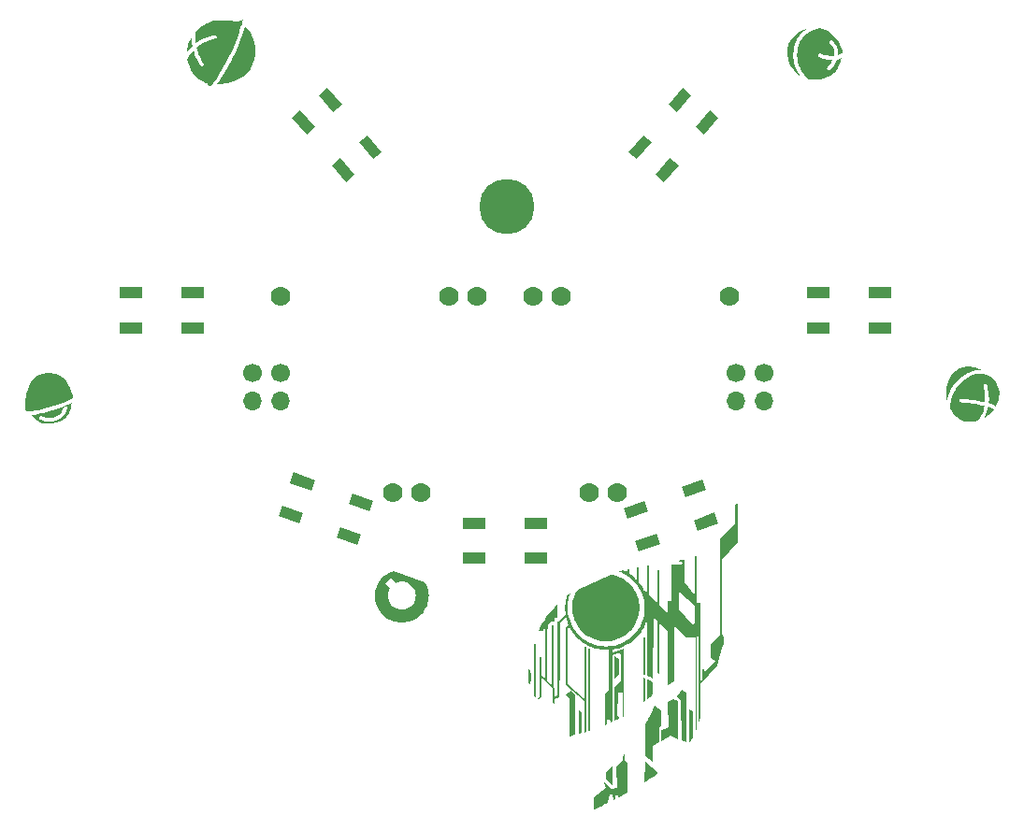
<source format=gts>
G04 #@! TF.FileFunction,Soldermask,Top*
%FSLAX46Y46*%
G04 Gerber Fmt 4.6, Leading zero omitted, Abs format (unit mm)*
G04 Created by KiCad (PCBNEW 4.0.7-e2-6376~61~ubuntu18.04.1) date Wed Sep  5 22:43:36 2018*
%MOMM*%
%LPD*%
G01*
G04 APERTURE LIST*
%ADD10C,0.100000*%
%ADD11C,5.000000*%
%ADD12C,1.778000*%
%ADD13C,1.700000*%
%ADD14O,1.700000X1.700000*%
%ADD15R,2.000000X1.000000*%
G04 APERTURE END LIST*
D10*
G36*
X181650315Y-122154842D02*
X181641187Y-122189397D01*
X181692000Y-122165585D01*
X181650315Y-122154842D01*
X181650315Y-122154842D01*
G37*
G36*
X149920253Y-129034602D02*
X149699595Y-129680558D01*
X150136261Y-130112572D01*
X150304442Y-130048084D01*
X150482923Y-130008011D01*
X150670079Y-129994235D01*
X150897249Y-130014634D01*
X151111190Y-130073439D01*
X151308298Y-130167057D01*
X151484968Y-130291898D01*
X151637598Y-130444371D01*
X151762583Y-130620884D01*
X151856320Y-130817846D01*
X151915205Y-131031667D01*
X151935634Y-131258755D01*
X151915205Y-131485917D01*
X151856320Y-131699892D01*
X151762583Y-131897065D01*
X151637598Y-132073820D01*
X151484968Y-132226544D01*
X151308298Y-132351621D01*
X151111190Y-132445438D01*
X150897249Y-132504379D01*
X150670079Y-132524829D01*
X150442940Y-132504379D01*
X150229055Y-132445438D01*
X150032018Y-132351621D01*
X149855427Y-132226544D01*
X149702879Y-132073820D01*
X149577969Y-131897065D01*
X149484295Y-131699892D01*
X149425453Y-131485917D01*
X149405040Y-131258755D01*
X149427054Y-131023126D01*
X149490408Y-130802045D01*
X149591074Y-130599366D01*
X149186965Y-130199390D01*
X149699595Y-129680558D01*
X149920253Y-129034602D01*
X149675298Y-129122425D01*
X149446691Y-129229857D01*
X149235214Y-129355890D01*
X149041652Y-129499513D01*
X148866785Y-129659716D01*
X148711398Y-129835490D01*
X148576273Y-130025825D01*
X148462194Y-130229711D01*
X148369942Y-130446138D01*
X148300302Y-130674097D01*
X148254056Y-130912578D01*
X148231986Y-131160571D01*
X148230436Y-131258755D01*
X148241623Y-131493402D01*
X148274498Y-131721815D01*
X148328031Y-131942963D01*
X148401193Y-132155816D01*
X148492954Y-132359343D01*
X148602285Y-132552511D01*
X148728156Y-132734292D01*
X148869537Y-132903653D01*
X149025400Y-133059563D01*
X149194715Y-133200992D01*
X149376451Y-133326909D01*
X149569580Y-133436282D01*
X149773072Y-133528082D01*
X149985897Y-133601276D01*
X150207027Y-133654834D01*
X150435430Y-133687724D01*
X150670079Y-133698917D01*
X150904741Y-133687724D01*
X151133165Y-133654834D01*
X151354322Y-133601276D01*
X151567180Y-133528082D01*
X151770708Y-133436282D01*
X151963878Y-133326909D01*
X152145656Y-133200992D01*
X152315014Y-133059563D01*
X152470920Y-132903653D01*
X152612345Y-132734292D01*
X152738256Y-132552511D01*
X152847624Y-132359343D01*
X152939418Y-132155816D01*
X153012607Y-131942963D01*
X153066161Y-131721815D01*
X153099049Y-131493402D01*
X153110241Y-131258755D01*
X153096668Y-131003088D01*
X153055424Y-130756637D01*
X152985724Y-130516889D01*
X152886780Y-130281335D01*
X152757806Y-130047461D01*
X149920253Y-129034602D01*
X149920253Y-129034602D01*
G37*
G36*
X169567507Y-129366775D02*
X166619426Y-130702048D01*
X166477380Y-130929082D01*
X166357659Y-131158140D01*
X166260092Y-131389740D01*
X166184506Y-131624402D01*
X166130730Y-131862647D01*
X166098590Y-132104994D01*
X166087916Y-132351963D01*
X166097108Y-132589992D01*
X166124230Y-132823071D01*
X166168597Y-133050518D01*
X166229528Y-133271648D01*
X166306339Y-133485778D01*
X166398347Y-133692225D01*
X166504869Y-133890306D01*
X166625222Y-134079338D01*
X166758722Y-134258636D01*
X166904687Y-134427517D01*
X167062433Y-134585298D01*
X167231278Y-134731296D01*
X167410539Y-134864827D01*
X167599531Y-134985208D01*
X167797573Y-135091755D01*
X168003981Y-135183786D01*
X168218072Y-135260616D01*
X168439162Y-135321562D01*
X168666570Y-135365941D01*
X168899611Y-135393070D01*
X169137604Y-135402265D01*
X169375601Y-135393070D01*
X169608656Y-135365941D01*
X169836083Y-135321562D01*
X170057200Y-135260616D01*
X170271323Y-135183786D01*
X170477767Y-135091755D01*
X170675848Y-134985208D01*
X170864883Y-134864827D01*
X171044188Y-134731296D01*
X171213079Y-134585298D01*
X171370872Y-134427517D01*
X171516882Y-134258636D01*
X171650427Y-134079338D01*
X171770822Y-133890306D01*
X171877383Y-133692225D01*
X171969427Y-133485778D01*
X172046269Y-133271648D01*
X172107225Y-133050518D01*
X172151612Y-132823071D01*
X172178746Y-132589992D01*
X172187942Y-132351963D01*
X172177878Y-132098222D01*
X172148151Y-131850651D01*
X172099458Y-131610033D01*
X172032496Y-131377150D01*
X171947964Y-131152784D01*
X171846559Y-130937716D01*
X171728979Y-130732729D01*
X171595920Y-130538603D01*
X171448081Y-130356122D01*
X171286160Y-130186066D01*
X171110852Y-130029218D01*
X170922857Y-129886360D01*
X170722872Y-129758273D01*
X170511594Y-129645740D01*
X170289721Y-129549541D01*
X170057951Y-129470460D01*
X169816980Y-129409277D01*
X169567507Y-129366775D01*
X169567507Y-129366775D01*
G37*
G36*
X181650048Y-122154710D02*
X181640946Y-122189185D01*
X181691876Y-122165373D01*
X181650048Y-122154710D01*
X181650048Y-122154710D01*
G37*
G36*
X172739027Y-135067329D02*
X172570623Y-135067329D01*
X172570623Y-138414467D01*
X172627714Y-138431929D01*
X172682425Y-138449656D01*
X172738614Y-138468442D01*
X172738879Y-138468442D01*
X172739027Y-135067329D01*
X172739027Y-135067329D01*
G37*
G36*
X162605883Y-135667404D02*
X162605883Y-140287690D01*
X162606941Y-140287690D01*
X162652201Y-140339125D01*
X162660059Y-140347592D01*
X162705242Y-140394132D01*
X162710745Y-140399688D01*
X162715349Y-140403922D01*
X162773676Y-140457553D01*
X162773941Y-140457553D01*
X162773941Y-135665631D01*
X162605883Y-135667404D01*
X162605883Y-135667404D01*
G37*
G36*
X167513046Y-136105104D02*
X167513046Y-143551960D01*
X167602663Y-143523597D01*
X167681287Y-143498197D01*
X167681287Y-136104998D01*
X167513046Y-136105104D01*
X167513046Y-136105104D01*
G37*
G36*
X169920992Y-136765769D02*
X169938402Y-138827825D01*
X170339868Y-138390390D01*
X170339868Y-137022018D01*
X169920992Y-136765769D01*
X169920992Y-136765769D01*
G37*
G36*
X162155948Y-137864398D02*
X162151715Y-137912235D01*
X162139967Y-138050691D01*
X162125521Y-138247382D01*
X162117213Y-138411027D01*
X162115890Y-138453890D01*
X162113774Y-138572344D01*
X162113509Y-138618275D01*
X162115890Y-138754641D01*
X162119383Y-138827825D01*
X162122875Y-138889949D01*
X162129225Y-138974828D01*
X162132718Y-139009276D01*
X162153091Y-139179377D01*
X162156080Y-139201602D01*
X162325641Y-139303281D01*
X162329178Y-139210096D01*
X162336252Y-138979602D01*
X162341558Y-138685393D01*
X162339789Y-138401063D01*
X162325641Y-138200207D01*
X162250120Y-137994537D01*
X162156168Y-137864292D01*
X162155948Y-137864398D01*
X162155948Y-137864398D01*
G37*
G36*
X172570623Y-138709530D02*
X172570623Y-140929384D01*
X172738374Y-140789287D01*
X172738638Y-140789287D01*
X172738638Y-138768744D01*
X172570398Y-138709953D01*
X172570623Y-138709530D01*
X172570623Y-138709530D01*
G37*
G36*
X173071812Y-138907915D02*
X172903863Y-138833487D01*
X172903863Y-140644243D01*
X173071812Y-140490229D01*
X173120903Y-140444244D01*
X173269493Y-140300714D01*
X173415461Y-140153811D01*
X173415990Y-140153811D01*
X173418636Y-139087725D01*
X173267225Y-139004011D01*
X173144752Y-138942019D01*
X173071812Y-138907915D01*
X173071812Y-138907915D01*
G37*
G36*
X176036894Y-139789559D02*
X175929283Y-139923467D01*
X175722492Y-140181123D01*
X175590582Y-140346428D01*
X175588201Y-140350396D01*
X175952699Y-140827149D01*
X175980779Y-144359627D01*
X176457404Y-144556451D01*
X176457404Y-140069488D01*
X176036894Y-139789559D01*
X176036894Y-139789559D01*
G37*
G36*
X165988361Y-139914072D02*
X165518718Y-140241600D01*
X165877463Y-140555078D01*
X165877463Y-143996884D01*
X166071419Y-143951418D01*
X166267335Y-143903671D01*
X166351623Y-143882240D01*
X166354613Y-143882240D01*
X166354613Y-140334416D01*
X165988361Y-139914072D01*
X165988361Y-139914072D01*
G37*
G36*
X175251799Y-140658848D02*
X174775088Y-140911207D01*
X174803169Y-143153313D01*
X174522713Y-143378156D01*
X174151923Y-143434829D01*
X174151923Y-144472287D01*
X175027435Y-143938966D01*
X175644372Y-144247418D01*
X175644372Y-140854507D01*
X175251799Y-140658848D01*
X175251799Y-140658848D01*
G37*
G36*
X173566596Y-141263632D02*
X173560087Y-141276861D01*
X173491436Y-141418652D01*
X173419700Y-141564331D01*
X173386449Y-141631138D01*
X173306072Y-141790652D01*
X173222236Y-141953877D01*
X173208107Y-141980574D01*
X173127796Y-142132960D01*
X173044629Y-142287887D01*
X172976123Y-142414120D01*
X172937507Y-142484261D01*
X172821022Y-142692012D01*
X172804009Y-142722359D01*
X172700173Y-142901112D01*
X172700173Y-145846004D01*
X173345039Y-146322730D01*
X173345039Y-144836036D01*
X173933885Y-144556186D01*
X173933885Y-143237212D01*
X174158236Y-143014010D01*
X174130222Y-141640002D01*
X173566596Y-141263632D01*
X173566596Y-141263632D01*
G37*
G36*
X176681845Y-141611612D02*
X176681845Y-144575951D01*
X176740173Y-144487395D01*
X176772288Y-144438129D01*
X176827985Y-144349759D01*
X176855166Y-144305626D01*
X176912337Y-144210746D01*
X176930990Y-144178732D01*
X176990304Y-144075809D01*
X176990304Y-141751735D01*
X176681845Y-141611612D01*
X176681845Y-141611612D01*
G37*
G36*
X166656069Y-141652014D02*
X166692541Y-143792837D01*
X166933402Y-143726030D01*
X166943536Y-143722590D01*
X166943536Y-141796053D01*
X166656069Y-141652014D01*
X166656069Y-141652014D01*
G37*
G36*
X170821671Y-145583167D02*
X170735551Y-145683649D01*
X170648255Y-145783694D01*
X170648255Y-146194460D01*
X170085616Y-146701375D01*
X170122504Y-148697868D01*
X169652858Y-148767427D01*
X168972911Y-148194789D01*
X169121850Y-148668684D01*
X168065086Y-149543582D01*
X168065086Y-150656446D01*
X168269866Y-150555112D01*
X168474115Y-150453395D01*
X168677750Y-150351355D01*
X168682618Y-150347651D01*
X168688227Y-150343947D01*
X168890850Y-150241754D01*
X169092652Y-150139373D01*
X169293499Y-150036792D01*
X169293499Y-149812240D01*
X169442599Y-149724160D01*
X169467179Y-149293471D01*
X169765050Y-149287915D01*
X169795599Y-149777183D01*
X169969589Y-149685743D01*
X169956121Y-149339482D01*
X170245282Y-149282888D01*
X170274230Y-149525008D01*
X170484851Y-149412234D01*
X170693134Y-149299606D01*
X170898940Y-149187172D01*
X171102127Y-149074979D01*
X171102127Y-146516458D01*
X170821748Y-146152444D01*
X170821671Y-145583167D01*
X170821671Y-145583167D01*
G37*
G36*
X172700170Y-146322915D02*
X172621309Y-148189206D01*
X172799161Y-148077738D01*
X172972329Y-147967142D01*
X173140616Y-147857488D01*
X173303801Y-147748808D01*
X173461663Y-147641221D01*
X173614007Y-147534775D01*
X173760631Y-147429535D01*
X173901350Y-147325633D01*
X173914182Y-147315843D01*
X172700170Y-146322915D01*
X172700170Y-146322915D01*
G37*
G36*
X169764992Y-146699999D02*
X169606358Y-146846711D01*
X169444859Y-146990882D01*
X169282119Y-147130794D01*
X169280532Y-147130794D01*
X169227623Y-147174477D01*
X169113111Y-147269065D01*
X169113111Y-147853106D01*
X169765044Y-148444212D01*
X169764992Y-146699999D01*
X169764992Y-146699999D01*
G37*
G36*
X188505495Y-79858795D02*
X188774400Y-79915494D01*
X189024792Y-80002344D01*
X189256582Y-80115545D01*
X189469680Y-80251304D01*
X189663998Y-80405823D01*
X189839446Y-80575305D01*
X189995934Y-80755955D01*
X190133375Y-80943976D01*
X190251677Y-81135572D01*
X190350753Y-81326945D01*
X190430513Y-81514301D01*
X190490867Y-81693843D01*
X190531727Y-81861773D01*
X190534425Y-82005631D01*
X190530139Y-82154779D01*
X190513603Y-82159430D01*
X190347209Y-82247793D01*
X190166337Y-82301540D01*
X190176153Y-82214207D01*
X190171845Y-81995950D01*
X190135316Y-81782298D01*
X190066677Y-81573572D01*
X189966039Y-81370094D01*
X189833512Y-81172187D01*
X189669209Y-80980174D01*
X189551272Y-80928089D01*
X189430981Y-80974489D01*
X189393256Y-81028750D01*
X189425811Y-81212718D01*
X189583281Y-81399882D01*
X189703710Y-81591982D01*
X189786901Y-81788635D01*
X189832654Y-81989453D01*
X189840773Y-82194053D01*
X189813386Y-82369753D01*
X189446288Y-82389320D01*
X189115675Y-82343746D01*
X188846963Y-82267614D01*
X188665572Y-82195509D01*
X188596921Y-82162014D01*
X188471246Y-82134527D01*
X188362829Y-82203872D01*
X188334976Y-82329509D01*
X188404170Y-82437966D01*
X188476973Y-82473485D01*
X188650930Y-82545368D01*
X188906275Y-82634346D01*
X189223240Y-82721153D01*
X189442457Y-82754856D01*
X189674892Y-82759393D01*
X189521175Y-83011770D01*
X189367251Y-83207522D01*
X189248034Y-83334756D01*
X189198436Y-83381578D01*
X189139609Y-83496121D01*
X189178804Y-83618772D01*
X189293285Y-83677689D01*
X189415997Y-83638410D01*
X189478951Y-83580997D01*
X189614912Y-83439746D01*
X189788230Y-83224194D01*
X189963251Y-82943879D01*
X190068671Y-82705133D01*
X190281564Y-82655159D01*
X190475365Y-82591445D01*
X190440766Y-82736260D01*
X190396300Y-82888585D01*
X190347022Y-83042834D01*
X190263334Y-83243613D01*
X190137867Y-83474100D01*
X189963251Y-83717475D01*
X189804244Y-83889907D01*
X189629790Y-84041373D01*
X189440006Y-84171825D01*
X189235009Y-84281216D01*
X189014915Y-84369499D01*
X188779841Y-84436626D01*
X188529903Y-84482549D01*
X188265218Y-84507221D01*
X187985903Y-84510594D01*
X187692073Y-84492621D01*
X187616108Y-84483319D01*
X187540660Y-84472984D01*
X187395451Y-84446629D01*
X187327007Y-84372908D01*
X187229619Y-84259856D01*
X187111926Y-84110644D01*
X186982567Y-83928448D01*
X186850183Y-83716442D01*
X186723411Y-83477799D01*
X186610892Y-83215694D01*
X186521265Y-82933301D01*
X186463169Y-82633794D01*
X186445243Y-82320346D01*
X186476127Y-81996133D01*
X186535350Y-81705879D01*
X186605851Y-81441624D01*
X186688957Y-81201996D01*
X186785997Y-80985626D01*
X186898297Y-80791144D01*
X187027188Y-80617178D01*
X187173995Y-80462360D01*
X187340047Y-80325317D01*
X187526672Y-80204682D01*
X187735198Y-80099082D01*
X187966953Y-80007148D01*
X188223264Y-79927509D01*
X188505460Y-79858795D01*
X188505495Y-79858795D01*
X188505495Y-79858795D01*
G37*
G36*
X187290581Y-79956980D02*
X187109182Y-80081391D01*
X186944714Y-80220008D01*
X186796401Y-80373642D01*
X186663469Y-80543106D01*
X186545141Y-80729210D01*
X186440642Y-80932766D01*
X186349198Y-81154585D01*
X186270031Y-81395479D01*
X186202368Y-81656260D01*
X186145433Y-81937738D01*
X186112881Y-82215126D01*
X186111817Y-82484818D01*
X186138290Y-82745506D01*
X186188353Y-82995882D01*
X186258056Y-83234640D01*
X186343450Y-83460473D01*
X186440587Y-83672072D01*
X186545518Y-83868131D01*
X186654293Y-84047343D01*
X186762965Y-84208400D01*
X186523614Y-84047457D01*
X186316500Y-83862042D01*
X186139550Y-83657362D01*
X185990689Y-83438625D01*
X185867841Y-83211038D01*
X185768932Y-82979807D01*
X185691887Y-82750141D01*
X185634631Y-82527245D01*
X185595090Y-82316327D01*
X185571188Y-82122594D01*
X185560851Y-81951254D01*
X185562005Y-81807513D01*
X185582572Y-81630893D01*
X185627174Y-81444441D01*
X185696905Y-81251992D01*
X185792858Y-81057384D01*
X185916126Y-80864454D01*
X186067803Y-80677039D01*
X186248982Y-80498976D01*
X186460756Y-80334102D01*
X186704218Y-80186253D01*
X186980462Y-80059267D01*
X187290581Y-79956980D01*
X187290581Y-79956980D01*
G37*
G36*
X201940851Y-110534957D02*
X202151916Y-110544163D01*
X202364589Y-110571400D01*
X202577598Y-110616091D01*
X202789667Y-110677663D01*
X202999522Y-110755541D01*
X203205890Y-110849149D01*
X203016172Y-110840238D01*
X202813949Y-110847849D01*
X202600384Y-110875108D01*
X202376644Y-110925141D01*
X202143892Y-111001077D01*
X201903294Y-111106040D01*
X201656014Y-111243157D01*
X201403216Y-111415556D01*
X201146066Y-111626363D01*
X200921881Y-111844901D01*
X200727848Y-112069855D01*
X200561831Y-112298708D01*
X200421696Y-112528944D01*
X200305307Y-112758047D01*
X200210528Y-112983500D01*
X200135226Y-113202789D01*
X200077264Y-113413395D01*
X200034507Y-113612804D01*
X200005531Y-113420475D01*
X199984569Y-113206813D01*
X199975369Y-112974954D01*
X199981681Y-112728034D01*
X200007252Y-112469188D01*
X200055833Y-112201555D01*
X200131172Y-111928269D01*
X200237018Y-111652467D01*
X200377121Y-111377284D01*
X200500908Y-111190944D01*
X200637411Y-111033916D01*
X200783815Y-110903410D01*
X200978117Y-110773185D01*
X201173440Y-110678268D01*
X201368418Y-110611280D01*
X201557510Y-110568013D01*
X201735177Y-110544260D01*
X201940851Y-110534946D01*
X201940851Y-110534957D01*
X201940851Y-110534957D01*
G37*
G36*
X202990916Y-111170060D02*
X203311373Y-111193258D01*
X203577568Y-111254535D01*
X203781874Y-111330465D01*
X203916665Y-111397622D01*
X203974316Y-111432577D01*
X204069402Y-111461517D01*
X204183204Y-111577479D01*
X204291094Y-111699227D01*
X204444806Y-111903380D01*
X204569018Y-112118680D01*
X204663423Y-112343703D01*
X204727715Y-112577022D01*
X204761589Y-112817211D01*
X204764737Y-113062845D01*
X204736854Y-113312499D01*
X204677634Y-113564745D01*
X204614330Y-113751114D01*
X204536417Y-113932216D01*
X204444574Y-114107350D01*
X204255796Y-114012692D01*
X204040401Y-113926331D01*
X203804300Y-113847934D01*
X203820812Y-113471885D01*
X203808394Y-113120103D01*
X203776260Y-112803525D01*
X203733622Y-112533088D01*
X203689692Y-112319728D01*
X203653681Y-112174382D01*
X203634803Y-112107987D01*
X203553083Y-112008467D01*
X203424480Y-111995851D01*
X203325107Y-112078030D01*
X203312342Y-112206689D01*
X203329386Y-112268832D01*
X203367738Y-112431906D01*
X203414185Y-112679059D01*
X203455513Y-112993439D01*
X203478507Y-113358192D01*
X203469954Y-113756465D01*
X203143623Y-113681969D01*
X202814738Y-113618060D01*
X202493493Y-113564197D01*
X202190086Y-113519838D01*
X201914713Y-113484439D01*
X201677570Y-113457458D01*
X201488852Y-113438354D01*
X201358757Y-113426583D01*
X201297479Y-113421603D01*
X201175191Y-113461658D01*
X201117126Y-113576633D01*
X201156736Y-113698895D01*
X201271124Y-113756984D01*
X201436262Y-113771012D01*
X201633432Y-113790690D01*
X201856916Y-113816093D01*
X202100995Y-113847294D01*
X202359951Y-113884368D01*
X202628064Y-113927389D01*
X202899617Y-113976432D01*
X203168890Y-114031571D01*
X203430164Y-114092880D01*
X203383316Y-114322397D01*
X203317363Y-114550023D01*
X203230122Y-114772942D01*
X203119409Y-114988339D01*
X202983041Y-115193398D01*
X202818833Y-115385306D01*
X202526376Y-115458403D01*
X202258971Y-115501384D01*
X202014313Y-115515519D01*
X201790095Y-115502082D01*
X201584012Y-115462343D01*
X201393758Y-115397576D01*
X201217026Y-115309051D01*
X201051512Y-115198041D01*
X200894909Y-115065818D01*
X200744911Y-114913652D01*
X200599213Y-114742818D01*
X200455508Y-114554585D01*
X200311491Y-114350227D01*
X200310788Y-114241725D01*
X200315834Y-114102507D01*
X200329757Y-113936465D01*
X200355686Y-113747489D01*
X200396750Y-113539470D01*
X200456080Y-113316300D01*
X200536804Y-113081869D01*
X200642051Y-112840069D01*
X200774951Y-112594791D01*
X200938633Y-112349925D01*
X201136226Y-112109363D01*
X201370859Y-111876995D01*
X201628642Y-111667117D01*
X201879787Y-111500223D01*
X202123008Y-111372298D01*
X202357018Y-111279331D01*
X202580530Y-111217311D01*
X202792259Y-111182225D01*
X202990916Y-111170060D01*
X202990916Y-111170060D01*
G37*
G36*
X203760377Y-114185897D02*
X203945357Y-114248981D01*
X204112483Y-114316523D01*
X204258021Y-114388470D01*
X204117198Y-114560372D01*
X203963088Y-114721045D01*
X203796706Y-114869354D01*
X203619071Y-115004164D01*
X203431198Y-115124340D01*
X203546085Y-114896205D01*
X203637826Y-114662029D01*
X203708547Y-114424398D01*
X203760377Y-114185897D01*
X203760377Y-114185897D01*
G37*
G36*
X136260623Y-79107419D02*
X136250807Y-79236332D01*
X136190859Y-79473805D01*
X136158820Y-79574058D01*
X136080793Y-79821641D01*
X136001725Y-80064254D01*
X135921631Y-80301895D01*
X135840527Y-80534564D01*
X135758428Y-80762259D01*
X135675349Y-80984981D01*
X135591306Y-81202728D01*
X135506315Y-81415500D01*
X135420390Y-81623296D01*
X135333548Y-81826116D01*
X134342394Y-83690602D01*
X134100704Y-84072623D01*
X133897716Y-84384493D01*
X133731054Y-84632426D01*
X133598343Y-84822640D01*
X133497210Y-84961350D01*
X133425280Y-85054771D01*
X133380178Y-85109120D01*
X133232876Y-85100950D01*
X133108361Y-84971661D01*
X133081489Y-84888978D01*
X132998806Y-84862107D01*
X132970481Y-84852010D01*
X132897552Y-84822637D01*
X132787299Y-84771960D01*
X132647001Y-84697950D01*
X132483940Y-84598580D01*
X132305395Y-84471821D01*
X132118646Y-84315645D01*
X131930973Y-84128024D01*
X131749655Y-83906930D01*
X131581973Y-83650334D01*
X131435206Y-83356208D01*
X131316635Y-83022525D01*
X131233540Y-82647255D01*
X131295676Y-82533911D01*
X131408896Y-82353413D01*
X131575515Y-82124887D01*
X131797846Y-81867457D01*
X131857634Y-82082726D01*
X131928733Y-82297400D01*
X132012111Y-82508870D01*
X132108733Y-82714523D01*
X132219565Y-82911749D01*
X132345574Y-83097936D01*
X132487727Y-83270473D01*
X132604109Y-83325081D01*
X132724921Y-83281326D01*
X132779569Y-83164883D01*
X132735775Y-83044131D01*
X132595178Y-82870568D01*
X132472251Y-82679978D01*
X132365820Y-82475935D01*
X132274710Y-82262010D01*
X132197745Y-82041776D01*
X132133750Y-81818807D01*
X132081551Y-81596674D01*
X132242314Y-81467015D01*
X132418128Y-81341891D01*
X132609277Y-81223566D01*
X132816044Y-81114308D01*
X133038713Y-81016383D01*
X133277566Y-80932055D01*
X133532887Y-80863592D01*
X133804960Y-80813260D01*
X133915744Y-80747493D01*
X133947587Y-80622574D01*
X133881713Y-80512200D01*
X133756900Y-80480979D01*
X133488199Y-80529228D01*
X133234556Y-80593267D01*
X132995702Y-80671374D01*
X132771368Y-80761829D01*
X132561286Y-80862912D01*
X132365185Y-80972901D01*
X132182798Y-81090076D01*
X132013854Y-81212717D01*
X131977233Y-80905311D01*
X131956763Y-80636936D01*
X131947913Y-80421065D01*
X131946158Y-80271173D01*
X132144899Y-80063968D01*
X132352648Y-79878591D01*
X132566219Y-79714835D01*
X132782431Y-79572491D01*
X132998100Y-79451354D01*
X133210042Y-79351216D01*
X133415075Y-79271870D01*
X133610016Y-79213108D01*
X133791681Y-79174725D01*
X133956887Y-79156512D01*
X134337426Y-79145687D01*
X134688345Y-79152771D01*
X135003256Y-79172719D01*
X135275772Y-79200485D01*
X135499505Y-79231022D01*
X135668069Y-79259285D01*
X135775076Y-79280228D01*
X135814138Y-79288804D01*
X135874083Y-79303273D01*
X136260623Y-79107419D01*
X136260623Y-79107419D01*
G37*
G36*
X136464745Y-79727020D02*
X136546734Y-79788763D01*
X136643309Y-79872231D01*
X136749734Y-79978838D01*
X136861275Y-80109996D01*
X136973198Y-80267118D01*
X137080766Y-80451617D01*
X137179246Y-80664906D01*
X137263903Y-80908398D01*
X137330002Y-81183506D01*
X137372807Y-81491643D01*
X137387584Y-81834222D01*
X137369599Y-82212656D01*
X137295702Y-82697898D01*
X137236409Y-82926032D01*
X137159594Y-83143470D01*
X137065263Y-83350071D01*
X136953427Y-83545691D01*
X136824092Y-83730189D01*
X136677269Y-83903424D01*
X136512965Y-84065253D01*
X136331188Y-84215535D01*
X136131948Y-84354127D01*
X135932477Y-84467299D01*
X135418297Y-84693642D01*
X135146132Y-84778454D01*
X134878411Y-84842106D01*
X134620252Y-84885593D01*
X134376770Y-84909908D01*
X134153082Y-84916045D01*
X133954304Y-84904998D01*
X134052026Y-84762463D01*
X134166177Y-84590943D01*
X134295441Y-84392454D01*
X134438506Y-84169011D01*
X134594058Y-83922629D01*
X134813166Y-83573296D01*
X134831769Y-83544358D01*
X134948827Y-83348118D01*
X135064578Y-83143657D01*
X135179016Y-82931159D01*
X135292138Y-82710807D01*
X135403939Y-82482786D01*
X135514414Y-82247279D01*
X135677195Y-81883477D01*
X135769117Y-81665645D01*
X135859978Y-81442303D01*
X135949760Y-81213479D01*
X136038445Y-80979202D01*
X136126013Y-80739500D01*
X136212446Y-80494402D01*
X136297724Y-80243937D01*
X136381830Y-79988134D01*
X136464744Y-79727020D01*
X136464745Y-79727020D01*
X136464745Y-79727020D01*
G37*
G36*
X131622146Y-80704221D02*
X131640085Y-80934950D01*
X131669119Y-81192609D01*
X131712063Y-81470582D01*
X131508216Y-81678035D01*
X131336353Y-81878930D01*
X131195299Y-82065895D01*
X131218458Y-81798450D01*
X131265606Y-81546873D01*
X131333147Y-81311413D01*
X131417483Y-81092318D01*
X131515015Y-80889838D01*
X131622146Y-80704221D01*
X131622146Y-80704221D01*
G37*
G36*
X120780948Y-113809694D02*
X120230077Y-114083061D01*
X120296740Y-114091330D01*
X120393773Y-114175770D01*
X120402676Y-114304237D01*
X120309960Y-114539325D01*
X120197209Y-114749100D01*
X120064631Y-114933309D01*
X119912434Y-115091699D01*
X119740826Y-115224018D01*
X119550015Y-115330014D01*
X119299457Y-115420777D01*
X119048434Y-115469189D01*
X118804841Y-115483493D01*
X118475312Y-115460035D01*
X118203948Y-115407719D01*
X118015730Y-115353628D01*
X117935644Y-115324846D01*
X117843563Y-115234901D01*
X117842109Y-115106255D01*
X117932042Y-115014281D01*
X118060701Y-115012720D01*
X118121454Y-115034036D01*
X118280171Y-115079195D01*
X118512642Y-115124489D01*
X118794659Y-115146209D01*
X119102011Y-115120645D01*
X119410489Y-115024089D01*
X119587531Y-114921108D01*
X119743678Y-114786613D01*
X119878639Y-114620978D01*
X119992121Y-114424577D01*
X120083833Y-114197782D01*
X120230077Y-114083061D01*
X120780948Y-113809694D01*
X120630425Y-113876539D01*
X120453007Y-113950670D01*
X120251907Y-114030608D01*
X120030340Y-114114874D01*
X119791520Y-114201986D01*
X119538661Y-114290467D01*
X119274978Y-114378836D01*
X119003684Y-114465613D01*
X118727994Y-114549319D01*
X118451122Y-114628474D01*
X118176283Y-114701599D01*
X117906690Y-114767213D01*
X117645557Y-114823838D01*
X117396099Y-114869993D01*
X117161531Y-114904198D01*
X117222896Y-114999830D01*
X117306240Y-115109174D01*
X117413360Y-115225616D01*
X117546050Y-115342540D01*
X117706108Y-115453333D01*
X117895329Y-115551379D01*
X118115511Y-115630064D01*
X118368448Y-115682771D01*
X118655938Y-115702887D01*
X118979776Y-115683797D01*
X119341759Y-115618886D01*
X119629508Y-115527311D01*
X119876578Y-115402526D01*
X120086068Y-115250741D01*
X120261078Y-115078166D01*
X120404704Y-114891011D01*
X120520047Y-114695487D01*
X120610204Y-114497804D01*
X120678274Y-114304173D01*
X120727356Y-114120804D01*
X120760548Y-113953908D01*
X120780948Y-113809694D01*
X120780948Y-113809694D01*
G37*
G36*
X118680818Y-111090995D02*
X118912756Y-111103924D01*
X119136369Y-111141007D01*
X119349691Y-111199685D01*
X119550757Y-111277402D01*
X119737601Y-111371598D01*
X120103470Y-111640833D01*
X120271046Y-111822719D01*
X120393375Y-112013419D01*
X120504479Y-112231494D01*
X120634419Y-112488872D01*
X120751635Y-112737748D01*
X120841959Y-112966636D01*
X120891222Y-113164049D01*
X120885254Y-113318500D01*
X120809887Y-113418502D01*
X120714062Y-113469764D01*
X120578498Y-113533148D01*
X120407569Y-113606678D01*
X120205651Y-113688377D01*
X119977118Y-113776268D01*
X119726346Y-113868375D01*
X119457709Y-113962720D01*
X119175582Y-114057327D01*
X118884341Y-114150219D01*
X118588359Y-114239420D01*
X118292013Y-114322951D01*
X117999676Y-114398837D01*
X117715724Y-114465100D01*
X117444531Y-114519765D01*
X117190474Y-114560853D01*
X116957926Y-114586389D01*
X116929504Y-114590516D01*
X116840296Y-114596885D01*
X116674222Y-114540388D01*
X116571580Y-114368172D01*
X116543481Y-114082535D01*
X116550543Y-113920250D01*
X116563995Y-113733020D01*
X116585627Y-113525553D01*
X116617226Y-113302555D01*
X116660584Y-113068731D01*
X116717489Y-112828789D01*
X116789732Y-112587435D01*
X116879100Y-112349376D01*
X116987385Y-112119318D01*
X117116376Y-111901967D01*
X117267861Y-111702030D01*
X117443631Y-111524214D01*
X117645475Y-111373225D01*
X117875182Y-111253769D01*
X118108760Y-111172637D01*
X118598652Y-111094606D01*
X118680818Y-111090981D01*
X118680818Y-111090995D01*
X118680818Y-111090995D01*
G37*
G36*
X181106980Y-122921798D02*
X180958638Y-122987497D01*
X180808289Y-123053574D01*
X180821725Y-124703600D01*
X179496226Y-126171728D01*
X179480721Y-126171728D01*
X179480721Y-134834765D01*
X178601188Y-135644017D01*
X178601188Y-136945746D01*
X179069379Y-137146253D01*
X178133000Y-138148259D01*
X178066338Y-137947752D01*
X177873584Y-137947752D01*
X177873584Y-138917204D01*
X177735609Y-139062931D01*
X177735609Y-131958454D01*
X177233832Y-132181180D01*
X177233832Y-133673078D01*
X176990434Y-133928361D01*
X175784823Y-132554285D01*
X175784823Y-130900639D01*
X177233832Y-132181180D01*
X177735609Y-131958454D01*
X177403330Y-131958454D01*
X177403330Y-127667246D01*
X177233832Y-127671378D01*
X177233832Y-131215348D01*
X176232858Y-130087768D01*
X176232858Y-128027947D01*
X175905230Y-128018128D01*
X175637545Y-128147319D01*
X175660800Y-128149901D01*
X175798777Y-128157653D01*
X175931585Y-128164887D01*
X175984811Y-128180908D01*
X176057675Y-128317851D01*
X176041657Y-128371077D01*
X176007549Y-128411902D01*
X175905230Y-128443940D01*
X175788649Y-128438093D01*
X175546079Y-128426888D01*
X175405694Y-128422934D01*
X175243255Y-128420170D01*
X175081508Y-128420170D01*
X175055668Y-131742964D01*
X174775067Y-131742964D01*
X174775067Y-132974930D01*
X173946178Y-132132605D01*
X173946178Y-128962257D01*
X173777712Y-128962257D01*
X173777712Y-131961039D01*
X173071812Y-131243769D01*
X173071812Y-128536441D01*
X172903863Y-128556079D01*
X172903863Y-131072205D01*
X172686306Y-130850511D01*
X172654265Y-130882552D01*
X172544282Y-130656275D01*
X172419706Y-130438403D01*
X172281022Y-130229569D01*
X172128715Y-130030409D01*
X172137502Y-130030409D01*
X172137502Y-128667183D01*
X171969553Y-128695604D01*
X171969553Y-129850058D01*
X171813866Y-129692659D01*
X171648744Y-129544380D01*
X171474528Y-129405667D01*
X171291558Y-129276965D01*
X171291558Y-128826345D01*
X171233164Y-128838233D01*
X171123611Y-128864070D01*
X171123611Y-129172063D01*
X170919401Y-129060914D01*
X170707099Y-128961738D01*
X170706580Y-128961738D01*
X170691594Y-128965355D01*
X170647152Y-128976724D01*
X170464906Y-129025103D01*
X170281284Y-129075943D01*
X170513506Y-129163215D01*
X170736652Y-129265574D01*
X170950214Y-129382314D01*
X171153685Y-129512732D01*
X171346558Y-129656123D01*
X171528327Y-129811782D01*
X171698484Y-129979004D01*
X171856523Y-130157086D01*
X172001937Y-130345322D01*
X172134220Y-130543008D01*
X172252864Y-130749439D01*
X172357362Y-130963910D01*
X172447208Y-131185718D01*
X172521895Y-131414157D01*
X172580917Y-131648523D01*
X172623765Y-131888111D01*
X172649934Y-132132217D01*
X172658917Y-132380136D01*
X172650150Y-132629283D01*
X172624259Y-132873706D01*
X172581834Y-133112816D01*
X172523466Y-133346021D01*
X172449743Y-133572731D01*
X172361258Y-133792355D01*
X172258600Y-134004302D01*
X172142359Y-134207981D01*
X172013126Y-134402802D01*
X171871491Y-134588173D01*
X171718045Y-134763505D01*
X171553376Y-134928206D01*
X171378077Y-135081685D01*
X171192737Y-135223353D01*
X170997947Y-135352617D01*
X170794296Y-135468887D01*
X170582375Y-135571573D01*
X170362775Y-135660083D01*
X170136086Y-135733828D01*
X169902897Y-135792215D01*
X169663800Y-135834655D01*
X169419384Y-135860556D01*
X169170240Y-135869329D01*
X168921096Y-135860556D01*
X168676681Y-135834654D01*
X168437584Y-135792214D01*
X168204395Y-135733827D01*
X167977706Y-135660083D01*
X167758106Y-135571572D01*
X167546186Y-135468886D01*
X167342535Y-135352616D01*
X167147745Y-135223352D01*
X166962405Y-135081685D01*
X166787106Y-134928206D01*
X166622438Y-134763505D01*
X166468991Y-134588174D01*
X166327356Y-134402802D01*
X166198123Y-134207982D01*
X166081882Y-134004302D01*
X165979224Y-133792356D01*
X165890739Y-133572732D01*
X165817017Y-133346022D01*
X165758648Y-133112817D01*
X165716223Y-132873707D01*
X165690332Y-132629283D01*
X165681566Y-132380136D01*
X165689271Y-132152492D01*
X165711761Y-131926315D01*
X165748890Y-131702317D01*
X165800514Y-131481207D01*
X165866487Y-131263698D01*
X165946665Y-131050499D01*
X165783333Y-131167399D01*
X165624720Y-131285629D01*
X165622654Y-131292347D01*
X165569428Y-131485617D01*
X165530153Y-131659766D01*
X165505348Y-131787406D01*
X165476206Y-131994408D01*
X165458250Y-132203539D01*
X165452122Y-132414757D01*
X165456946Y-132609244D01*
X165471416Y-132801238D01*
X165495529Y-132990434D01*
X164863527Y-133581096D01*
X164765859Y-133581096D01*
X164765859Y-140347089D01*
X164459419Y-140470081D01*
X164459419Y-139587447D01*
X164441848Y-139570910D01*
X164441848Y-133930944D01*
X164273898Y-133930944D01*
X164273898Y-139408646D01*
X163825347Y-138976114D01*
X163824831Y-138946657D01*
X163824831Y-134317484D01*
X163873925Y-134321619D01*
X163873925Y-133903556D01*
X164173131Y-133602283D01*
X164461485Y-133602283D01*
X164461485Y-133303077D01*
X164774643Y-133250882D01*
X164774643Y-132018400D01*
X164618720Y-132173092D01*
X164468422Y-132329019D01*
X164324216Y-132486216D01*
X164186567Y-132644719D01*
X164082697Y-132769259D01*
X163916792Y-132980826D01*
X163760581Y-133193889D01*
X163613750Y-133408243D01*
X163475989Y-133623680D01*
X163346983Y-133839996D01*
X163226421Y-134056984D01*
X163113990Y-134274437D01*
X163009378Y-134492151D01*
X163455343Y-134492151D01*
X163455343Y-134294746D01*
X163656882Y-134307665D01*
X163656882Y-138831937D01*
X163279128Y-138452633D01*
X163279128Y-136844461D01*
X163110663Y-136844461D01*
X163110663Y-140349158D01*
X162932378Y-140581184D01*
X162932897Y-140581184D01*
X163000075Y-140623557D01*
X163009893Y-140629759D01*
X163074489Y-140665933D01*
X163078106Y-140670069D01*
X163279128Y-140408068D01*
X163279128Y-138683109D01*
X164291469Y-139659276D01*
X164291469Y-140941886D01*
X164291985Y-140941886D01*
X164333326Y-140964624D01*
X164336946Y-140968757D01*
X164376218Y-140994596D01*
X164380869Y-140998729D01*
X164420660Y-141031802D01*
X164459419Y-141072111D01*
X164459419Y-140653532D01*
X164934324Y-140462844D01*
X164934324Y-138922887D01*
X165004087Y-138922887D01*
X165004087Y-133682381D01*
X165531703Y-133188872D01*
X165578660Y-133386158D01*
X165635887Y-133579382D01*
X165703033Y-133768165D01*
X165779750Y-133952131D01*
X165487777Y-134155220D01*
X165487777Y-139350769D01*
X167177597Y-140855586D01*
X167177597Y-143655415D01*
X167320742Y-143612008D01*
X167345546Y-143605290D01*
X167345546Y-135873461D01*
X167177597Y-135873461D01*
X167177597Y-140630278D01*
X165656243Y-139275839D01*
X165656243Y-134244104D01*
X165852614Y-134106645D01*
X165968747Y-134319546D01*
X166097912Y-134523915D01*
X166239546Y-134719188D01*
X166393086Y-134904802D01*
X166557969Y-135080190D01*
X166733630Y-135244790D01*
X166919508Y-135398038D01*
X167115038Y-135539368D01*
X167319657Y-135668216D01*
X167532802Y-135784020D01*
X167753910Y-135886213D01*
X167982418Y-135974233D01*
X168217762Y-136047514D01*
X168459378Y-136105492D01*
X168706704Y-136147604D01*
X168959177Y-136173285D01*
X169216232Y-136181971D01*
X169400718Y-136174734D01*
X169391416Y-139394176D01*
X169389865Y-139782267D01*
X169025547Y-140196711D01*
X169025547Y-143003260D01*
X169209515Y-142926261D01*
X169227086Y-142411045D01*
X169611041Y-142575378D01*
X169611041Y-142748495D01*
X169613107Y-142748495D01*
X169756252Y-142682349D01*
X169765552Y-136667211D01*
X170368101Y-136429499D01*
X170518480Y-136550422D01*
X170541215Y-139066032D01*
X169921098Y-139559025D01*
X169938153Y-142595531D01*
X169939185Y-142595531D01*
X170065278Y-142533002D01*
X170141242Y-142495278D01*
X170275468Y-142426577D01*
X170409442Y-142356269D01*
X170417192Y-142352652D01*
X170418743Y-142352652D01*
X170193950Y-142124758D01*
X170211521Y-140071655D01*
X170632166Y-140015844D01*
X170632166Y-142236897D01*
X170777896Y-142156281D01*
X170787196Y-136063115D01*
X170002230Y-136301343D01*
X169755734Y-136390224D01*
X169762454Y-136140630D01*
X170007554Y-136096435D01*
X170246929Y-136036666D01*
X170480027Y-135961872D01*
X170706294Y-135872604D01*
X170925175Y-135769411D01*
X171136118Y-135652843D01*
X171338568Y-135523451D01*
X171531971Y-135381784D01*
X171715775Y-135228392D01*
X171889425Y-135063826D01*
X172052367Y-134888635D01*
X172204048Y-134703370D01*
X172343914Y-134508579D01*
X172471412Y-134304815D01*
X172585987Y-134092625D01*
X172687086Y-133872561D01*
X172774156Y-133645172D01*
X172904381Y-133638973D01*
X172904381Y-138528597D01*
X172927117Y-138537381D01*
X173046489Y-138584924D01*
X173169480Y-138637116D01*
X173274460Y-138686487D01*
X173420628Y-138761140D01*
X173437165Y-133195590D01*
X173778744Y-133533037D01*
X173778744Y-138231457D01*
X173946694Y-138347728D01*
X173946930Y-138306283D01*
X173947112Y-138188322D01*
X173947245Y-138003411D01*
X173947334Y-137761113D01*
X173947384Y-137470993D01*
X173947399Y-137142616D01*
X173947386Y-136785545D01*
X173947347Y-136409346D01*
X173947289Y-136023582D01*
X173947217Y-135637818D01*
X173947134Y-135261618D01*
X173947047Y-134904547D01*
X173946959Y-134576170D01*
X173946877Y-134286050D01*
X173946804Y-134043751D01*
X173946746Y-133858840D01*
X173946708Y-133740879D01*
X173946694Y-133699433D01*
X174776099Y-134519022D01*
X174776099Y-139367821D01*
X175336788Y-139058796D01*
X175336788Y-133983654D01*
X176346547Y-135021318D01*
X177234864Y-135021318D01*
X177234864Y-143603739D01*
X177238481Y-143596503D01*
X177314964Y-143431138D01*
X177327365Y-143404783D01*
X177398162Y-143241488D01*
X177403330Y-143229600D01*
X177403330Y-135004263D01*
X177567662Y-135002196D01*
X177567662Y-142819808D01*
X177735093Y-142368672D01*
X177735609Y-142368672D01*
X177735609Y-139279456D01*
X179257479Y-137563797D01*
X179681744Y-135987150D01*
X179682778Y-135983015D01*
X179730390Y-135801430D01*
X179778378Y-135617662D01*
X179826955Y-135093147D01*
X179648671Y-134680770D01*
X179648671Y-128026396D01*
X181106980Y-126424942D01*
X181106980Y-124865864D01*
X181106980Y-124208025D01*
X181106980Y-122921798D01*
X181106980Y-122921798D01*
G37*
D11*
X160154620Y-96029780D03*
D12*
X165100000Y-104140000D03*
X154940000Y-104140000D03*
X170180000Y-121920000D03*
X167640000Y-121920000D03*
X180340000Y-104140000D03*
X162560000Y-104140000D03*
X139700000Y-104140000D03*
X157480000Y-104140000D03*
X149860000Y-121920000D03*
X152400000Y-121920000D03*
D13*
X139680000Y-111105000D03*
D14*
X139680000Y-113645000D03*
D13*
X137140000Y-111105000D03*
D14*
X137140000Y-113645000D03*
D13*
X183495000Y-111105000D03*
D14*
X183495000Y-113645000D03*
D13*
X180955000Y-111105000D03*
D14*
X180955000Y-113645000D03*
D10*
G36*
X144328324Y-92263734D02*
X145094369Y-91620947D01*
X146379944Y-93153036D01*
X145613899Y-93795823D01*
X144328324Y-92263734D01*
X144328324Y-92263734D01*
G37*
G36*
X146779666Y-90206813D02*
X147545711Y-89564026D01*
X148831286Y-91096115D01*
X148065241Y-91738902D01*
X146779666Y-90206813D01*
X146779666Y-90206813D01*
G37*
G36*
X140728714Y-87973885D02*
X141494759Y-87331098D01*
X142780334Y-88863187D01*
X142014289Y-89505974D01*
X140728714Y-87973885D01*
X140728714Y-87973885D01*
G37*
G36*
X143180056Y-85916964D02*
X143946101Y-85274177D01*
X145231676Y-86806266D01*
X144465631Y-87449053D01*
X143180056Y-85916964D01*
X143180056Y-85916964D01*
G37*
D15*
X131705000Y-107010000D03*
X131705000Y-103810000D03*
X126105000Y-107010000D03*
X126105000Y-103810000D03*
D10*
G36*
X144737204Y-125969491D02*
X145079224Y-125029799D01*
X146958610Y-125713839D01*
X146616590Y-126653531D01*
X144737204Y-125969491D01*
X144737204Y-125969491D01*
G37*
G36*
X145831669Y-122962474D02*
X146173689Y-122022782D01*
X148053075Y-122706822D01*
X147711055Y-123646514D01*
X145831669Y-122962474D01*
X145831669Y-122962474D01*
G37*
G36*
X139474925Y-124054178D02*
X139816945Y-123114486D01*
X141696331Y-123798526D01*
X141354311Y-124738218D01*
X139474925Y-124054178D01*
X139474925Y-124054178D01*
G37*
G36*
X140569390Y-121047161D02*
X140911410Y-120107469D01*
X142790796Y-120791509D01*
X142448776Y-121731201D01*
X140569390Y-121047161D01*
X140569390Y-121047161D01*
G37*
D15*
X162820000Y-127901500D03*
X162820000Y-124701500D03*
X157220000Y-127901500D03*
X157220000Y-124701500D03*
D10*
G36*
X177415689Y-125373218D02*
X177073669Y-124433526D01*
X178953055Y-123749486D01*
X179295075Y-124689178D01*
X177415689Y-125373218D01*
X177415689Y-125373218D01*
G37*
G36*
X176321224Y-122366201D02*
X175979204Y-121426509D01*
X177858590Y-120742469D01*
X178200610Y-121682161D01*
X176321224Y-122366201D01*
X176321224Y-122366201D01*
G37*
G36*
X172153410Y-127288531D02*
X171811390Y-126348839D01*
X173690776Y-125664799D01*
X174032796Y-126604491D01*
X172153410Y-127288531D01*
X172153410Y-127288531D01*
G37*
G36*
X171058945Y-124281514D02*
X170716925Y-123341822D01*
X172596311Y-122657782D01*
X172938331Y-123597474D01*
X171058945Y-124281514D01*
X171058945Y-124281514D01*
G37*
D15*
X193935000Y-107010000D03*
X193935000Y-103810000D03*
X188335000Y-107010000D03*
X188335000Y-103810000D03*
D10*
G36*
X178025711Y-89505974D02*
X177259666Y-88863187D01*
X178545241Y-87331098D01*
X179311286Y-87973885D01*
X178025711Y-89505974D01*
X178025711Y-89505974D01*
G37*
G36*
X175574369Y-87449053D02*
X174808324Y-86806266D01*
X176093899Y-85274177D01*
X176859944Y-85916964D01*
X175574369Y-87449053D01*
X175574369Y-87449053D01*
G37*
G36*
X174426101Y-93795823D02*
X173660056Y-93153036D01*
X174945631Y-91620947D01*
X175711676Y-92263734D01*
X174426101Y-93795823D01*
X174426101Y-93795823D01*
G37*
G36*
X171974759Y-91738902D02*
X171208714Y-91096115D01*
X172494289Y-89564026D01*
X173260334Y-90206813D01*
X171974759Y-91738902D01*
X171974759Y-91738902D01*
G37*
M02*

</source>
